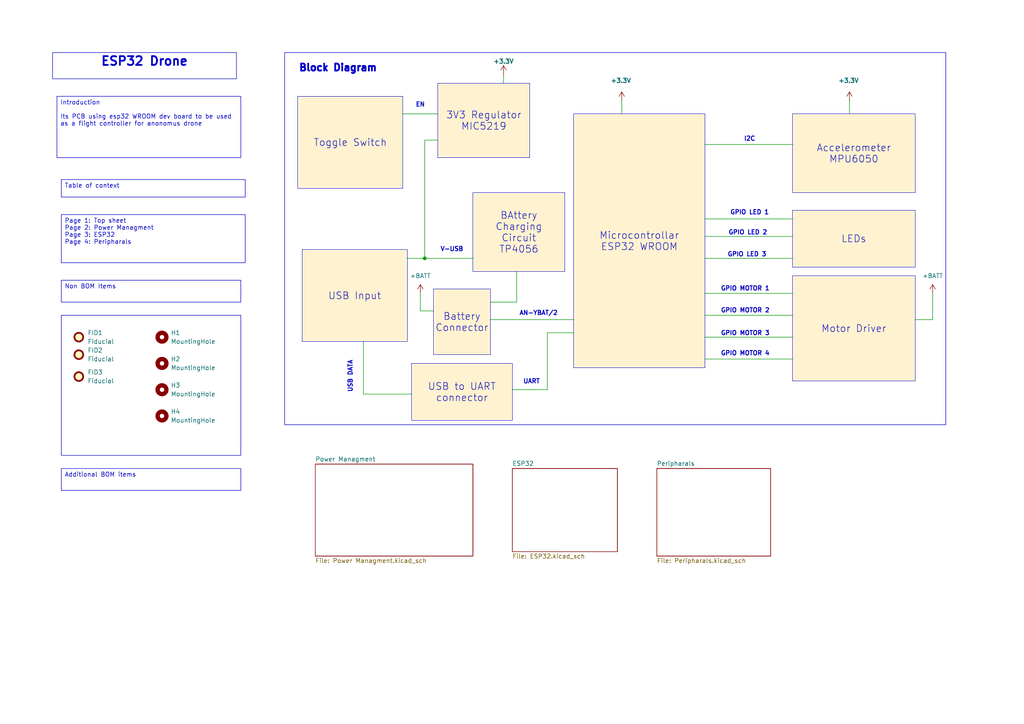
<source format=kicad_sch>
(kicad_sch (version 20250114) (generator "eeschema") (generator_version "9.0")
  (paper "A4")
  (title_block (title "esp32_drone") (date "2025-04-05") (rev "1") (company "myself") (comment 1 "Drawing RG"))
  (lib_symbols
    (symbol "Mechanical:Fiducial" (in_bom no)
      (property "Reference" "FID" (at 0 5.08 0))
      (property "Value" "Fiducial" (at 0 3.175 0))
      (symbol "Fiducial_0_1"
        (circle (center 0 0) (radius 1.27) (stroke (width 0.508)) (fill (type background)))
      )
    )
    (symbol "Mechanical:MountingHole" (pin_names (offset 1.016)) (in_bom no)
      (property "Reference" "H" (at 0 5.08 0))
      (property "Value" "MountingHole" (at 0 3.175 0))
      (symbol "MountingHole_0_1"
        (circle (center 0 0) (radius 1.27) (stroke (width 1.27)))
      )
    )
    (symbol "power:+3.3V" (power) (pin_numbers (hide yes)) (pin_names (offset 0) (hide yes))
      (property "Value" "+3.3V" (at 0 3.556 0))
      (symbol "+3.3V_0_1"
        (polyline (pts (xy -0.762 1.27) (xy 0 2.54)))
        (polyline (pts (xy 0 2.54) (xy 0.762 1.27)))
        (polyline (pts (xy 0 0) (xy 0 2.54)))
      )
      (symbol "+3.3V_1_1"
        (pin power_in line (at 0 0 90) (length 0) (name "~") (number "1"))
      )
    )
    (symbol "power:+BATT" (power) (pin_numbers (hide yes)) (pin_names (offset 0) (hide yes))
      (property "Value" "+BATT" (at 0 3.556 0))
      (symbol "+BATT_0_1"
        (polyline (pts (xy -0.762 1.27) (xy 0 2.54)))
        (polyline (pts (xy 0 2.54) (xy 0.762 1.27)))
        (polyline (pts (xy 0 0) (xy 0 2.54)))
      )
      (symbol "+BATT_1_1"
        (pin power_in line (at 0 0 90) (length 0) (name "~") (number "1"))
      )
    )
  )
  (rectangle (start 82.55 15.24) (end 274.32 123.19))
  (rectangle (start 17.78 91.44) (end 69.85 132.08))
  (text "EN" (at 121.92 30.48 0) (effects (font (size 1.27 1.27) (thickness 0.254) (bold yes))))
  (text "GPIO LED 1" (at 217.424 61.722 0) (effects (font (size 1.27 1.27) (thickness 0.254) (bold yes))))
  (text "GPIO LED 2" (at 216.916 67.564 0) (effects (font (size 1.27 1.27) (thickness 0.254) (bold yes))))
  (text "GPIO LED 3" (at 216.662 73.914 0) (effects (font (size 1.27 1.27) (thickness 0.254) (bold yes))))
  (text "AN-YBAT/2" (at 156.21 90.932 0) (effects (font (size 1.27 1.27) (thickness 0.254) (bold yes))))
  (text "UART" (at 154.178 110.744 0) (effects (font (size 1.27 1.27) (thickness 0.254) (bold yes))))
  (text "GPIO MOTOR 4" (at 216.154 102.616 0) (effects (font (size 1.27 1.27) (thickness 0.254) (bold yes))))
  (text "USB DATA" (at 101.6 109.22 90) (effects (font (size 1.27 1.27) (thickness 0.254) (bold yes))))
  (text "V-USB" (at 131.064 72.39 0) (effects (font (size 1.27 1.27) (thickness 0.254) (bold yes))))
  (text "GPIO MOTOR 3" (at 216.154 96.774 0) (effects (font (size 1.27 1.27) (thickness 0.254) (bold yes))))
  (text "I2C" (at 217.424 40.386 0) (effects (font (size 1.27 1.27) (thickness 0.254) (bold yes))))
  (text "Block Diagram" (at 98.044 19.812 0) (effects (font (size 2.032 2.032) (thickness 0.762) (bold yes))))
  (text "GPIO MOTOR 2" (at 216.154 90.17 0) (effects (font (size 1.27 1.27) (thickness 0.254) (bold yes))))
  (text "GPIO MOTOR 1" (at 216.154 83.82 0) (effects (font (size 1.27 1.27) (thickness 0.254) (bold yes))))
  (text_box "ESP32 Drone" (at 15.24 15.24 0) (size 53.34 7.62) (margins 0.9525 0.9525 0.9525 0.9525) (effects (font (size 2.54 2.54) (thickness 0.508) (bold yes)) (justify top)))
  (text_box "LEDs" (at 229.87 60.96 0) (size 35.56 16.51) (margins 0.9525 0.9525 0.9525 0.9525) (stroke (width 0.127)) (fill (type color) (color 255 242 208 1)) (effects (font (size 2.032 2.032))))
  (text_box "Non BOM Items\n" (at 17.78 81.28 0) (size 52.07 6.35) (margins 0.9525 0.9525 0.9525 0.9525) (effects (font (size 1.27 1.27)) (justify left top)))
  (text_box "3V3 Regulator\nMIC5219" (at 127 24.13 0) (size 26.67 21.59) (margins 0.9525 0.9525 0.9525 0.9525) (stroke (width 0.127)) (fill (type color) (color 255 242 208 1)) (effects (font (size 2.032 2.032))))
  (text_box "Microcontrollar \nESP32 WROOM" (at 166.37 33.02 0) (size 38.1 73.66) (margins 0.9525 0.9525 0.9525 0.9525) (stroke (width 0.127)) (fill (type color) (color 255 242 208 1)) (effects (font (size 2.032 2.032))))
  (text_box "Table of context\n" (at 17.78 52.07 0) (size 53.34 5.08) (margins 0.9525 0.9525 0.9525 0.9525) (effects (font (size 1.27 1.27)) (justify left top)))
  (text_box "USB Input" (at 87.63 72.39 0) (size 30.48 26.67) (margins 0.9525 0.9525 0.9525 0.9525) (stroke (width 0.127)) (fill (type color) (color 255 242 208 1)) (effects (font (size 2.032 2.032))))
  (text_box "Additional BOM items" (at 17.78 135.89 0) (size 52.07 6.35) (margins 0.9525 0.9525 0.9525 0.9525) (effects (font (size 1.27 1.27)) (justify left top)))
  (text_box "Introduction\n\nIts PCB using esp32 WROOM dev board to be used as a flight controller for anonomus drone\n" (at 16.51 27.94 0) (size 53.34 17.78) (margins 0.9525 0.9525 0.9525 0.9525) (effects (font (size 1.27 1.27)) (justify left top)))
  (text_box "USB to UART connector" (at 119.38 105.41 0) (size 29.21 16.51) (margins 0.9525 0.9525 0.9525 0.9525) (stroke (width 0.127)) (fill (type color) (color 255 242 208 1)) (effects (font (size 2.032 2.032))))
  (text_box "Battery Connector" (at 125.73 83.82 0) (size 16.51 19.05) (margins 0.9525 0.9525 0.9525 0.9525) (stroke (width 0.127)) (fill (type color) (color 255 242 208 1)) (effects (font (size 2.032 2.032))))
  (text_box "Page 1: Top sheet\nPage 2: Power Managment\nPage 3: ESP32\nPage 4: Peripharals" (at 17.78 62.23 0) (size 53.34 13.97) (margins 0.9525 0.9525 0.9525 0.9525) (effects (font (size 1.27 1.27)) (justify left top)))
  (text_box "Toggle Switch" (at 86.36 27.94 0) (size 30.48 26.67) (margins 0.9525 0.9525 0.9525 0.9525) (stroke (width 0.127)) (fill (type color) (color 255 242 208 1)) (effects (font (size 2.032 2.032))))
  (text_box "Motor Driver" (at 229.87 80.01 0) (size 35.56 30.48) (margins 0.9525 0.9525 0.9525 0.9525) (stroke (width 0.127)) (fill (type color) (color 255 242 208 1)) (effects (font (size 2.032 2.032))))
  (text_box "Accelerometer\nMPU6050" (at 229.87 33.02 0) (size 35.56 22.86) (margins 0.9525 0.9525 0.9525 0.9525) (stroke (width 0.127)) (fill (type color) (color 255 242 208 1)) (effects (font (size 2.032 2.032))))
  (text_box "BAttery Charging Circuit\nTP4056" (at 137.16 55.88 0) (size 26.67 22.86) (margins 0.9525 0.9525 0.9525 0.9525) (stroke (width 0.127)) (fill (type color) (color 255 242 208 1)) (effects (font (size 2.032 2.032))))
  (junction (at 123.19 74.93))
  (wire (pts (xy 105.41 99.06) (xy 105.41 114.3)))
  (wire (pts (xy 265.43 92.71) (xy 270.51 92.71)))
  (wire (pts (xy 142.24 87.63) (xy 149.86 87.63)))
  (wire (pts (xy 123.19 40.64) (xy 123.19 74.93)))
  (wire (pts (xy 180.34 29.21) (xy 180.34 33.02)))
  (wire (pts (xy 270.51 85.09) (xy 270.51 92.71)))
  (wire (pts (xy 149.86 78.74) (xy 149.86 87.63)))
  (wire (pts (xy 204.47 104.14) (xy 229.87 104.14)))
  (wire (pts (xy 123.19 74.93) (xy 137.16 74.93)))
  (wire (pts (xy 246.38 29.21) (xy 246.38 33.02)))
  (wire (pts (xy 146.05 21.59) (xy 146.05 24.13)))
  (wire (pts (xy 148.59 113.03) (xy 158.75 113.03)))
  (wire (pts (xy 204.47 68.58) (xy 229.87 68.58)))
  (wire (pts (xy 116.84 33.02) (xy 127 33.02)))
  (wire (pts (xy 204.47 85.09) (xy 229.87 85.09)))
  (wire (pts (xy 142.24 92.71) (xy 166.37 92.71)))
  (wire (pts (xy 158.75 96.52) (xy 158.75 113.03)))
  (wire (pts (xy 204.47 91.44) (xy 229.87 91.44)))
  (wire (pts (xy 121.92 90.17) (xy 125.73 90.17)))
  (wire (pts (xy 204.47 63.5) (xy 229.87 63.5)))
  (wire (pts (xy 118.11 74.93) (xy 123.19 74.93)))
  (wire (pts (xy 204.47 97.79) (xy 229.87 97.79)))
  (wire (pts (xy 105.41 114.3) (xy 119.38 114.3)))
  (wire (pts (xy 123.19 40.64) (xy 127 40.64)))
  (wire (pts (xy 121.92 85.09) (xy 121.92 90.17)))
  (wire (pts (xy 204.47 74.93) (xy 229.87 74.93)))
  (wire (pts (xy 158.75 96.52) (xy 166.37 96.52)))
  (wire (pts (xy 204.47 41.91) (xy 229.87 41.91)))
  (symbol (lib_id "Mechanical:Fiducial") (at 22.86 97.79 0) (unit 1) (in_bom no)
    (property "Reference" "FID1" (at 25.4 96.5199 0) (effects (justify left)))
    (property "Value" "Fiducial" (at 25.4 99.0599 0) (effects (justify left)))
    (property "Description" "Fiducial Marker" (effects (hide yes)))
  )
  (symbol (lib_id "power:+3.3V") (at 146.05 21.59 0) (unit 1)
    (property "Reference" "#PWR02" (effects (hide yes)))
    (property "Value" "+3.3V" (at 146.05 17.78 0) (effects (font (thickness 0.254) (bold yes))))
    (property "Description" "Power symbol creates a global label with name \"+3.3V\"" (effects (hide yes)))
  )
  (symbol (lib_id "Mechanical:MountingHole") (at 46.99 120.65 0) (unit 1) (in_bom no)
    (property "Reference" "H4" (at 49.53 119.3799 0) (effects (justify left)))
    (property "Value" "MountingHole" (at 49.53 121.9199 0) (effects (justify left)))
    (property "Description" "Mounting Hole without connection" (effects (hide yes)))
  )
  (symbol (lib_id "power:+BATT") (at 270.51 85.09 0) (unit 1)
    (property "Reference" "#PWR04" (effects (hide yes)))
    (property "Value" "+BATT" (at 270.51 80.01 0))
    (property "Description" "Power symbol creates a global label with name \"+BATT\"" (effects (hide yes)))
  )
  (symbol (lib_id "Mechanical:Fiducial") (at 22.86 102.87 0) (unit 1) (in_bom no)
    (property "Reference" "FID2" (at 25.4 101.5999 0) (effects (justify left)))
    (property "Value" "Fiducial" (at 25.4 104.1399 0) (effects (justify left)))
    (property "Description" "Fiducial Marker" (effects (hide yes)))
  )
  (symbol (lib_id "Mechanical:MountingHole") (at 46.99 105.41 0) (unit 1) (in_bom no)
    (property "Reference" "H2" (at 49.53 104.1399 0) (effects (justify left)))
    (property "Value" "MountingHole" (at 49.53 106.6799 0) (effects (justify left)))
    (property "Description" "Mounting Hole without connection" (effects (hide yes)))
  )
  (symbol (lib_id "power:+3.3V") (at 246.38 29.21 0) (unit 1)
    (property "Reference" "#PWR03" (effects (hide yes)))
    (property "Value" "+3.3V" (at 246.126 23.368 0) (effects (font (thickness 0.254) (bold yes))))
    (property "Description" "Power symbol creates a global label with name \"+3.3V\"" (effects (hide yes)))
  )
  (symbol (lib_id "Mechanical:MountingHole") (at 46.99 97.79 0) (unit 1) (in_bom no)
    (property "Reference" "H1" (at 49.53 96.5199 0) (effects (justify left)))
    (property "Value" "MountingHole" (at 49.53 99.0599 0) (effects (justify left)))
    (property "Description" "Mounting Hole without connection" (effects (hide yes)))
  )
  (symbol (lib_id "power:+3.3V") (at 180.34 29.21 0) (unit 1)
    (property "Reference" "#PWR01" (effects (hide yes)))
    (property "Value" "+3.3V" (at 180.086 23.368 0) (effects (font (thickness 0.254) (bold yes))))
    (property "Description" "Power symbol creates a global label with name \"+3.3V\"" (effects (hide yes)))
  )
  (symbol (lib_id "Mechanical:MountingHole") (at 46.99 113.03 0) (unit 1) (in_bom no)
    (property "Reference" "H3" (at 49.53 111.7599 0) (effects (justify left)))
    (property "Value" "MountingHole" (at 49.53 114.2999 0) (effects (justify left)))
    (property "Description" "Mounting Hole without connection" (effects (hide yes)))
  )
  (symbol (lib_id "Mechanical:Fiducial") (at 22.86 109.22 0) (unit 1) (in_bom no)
    (property "Reference" "FID3" (at 25.4 107.9499 0) (effects (justify left)))
    (property "Value" "Fiducial" (at 25.4 110.4899 0) (effects (justify left)))
    (property "Description" "Fiducial Marker" (effects (hide yes)))
  )
  (symbol (lib_id "power:+BATT") (at 121.92 85.09 0) (unit 1)
    (property "Reference" "#PWR05" (effects (hide yes)))
    (property "Value" "+BATT" (at 121.92 80.01 0))
    (property "Description" "Power symbol creates a global label with name \"+BATT\"" (effects (hide yes)))
  )
  (sheet (at 91.44 134.62) (size 45.72 26.67) (stroke (width 0.1524))
    (property "Sheetname" "Power Managment" (at 91.44 133.9084 0) (effects (justify left bottom)))
    (property "Sheetfile" "Power Managment.kicad_sch" (at 91.44 161.8746 0) (effects (justify left top)))
  )
  (sheet (at 190.5 135.89) (size 33.02 25.4) (stroke (width 0.1524))
    (property "Sheetname" "Peripharals" (at 190.5 135.1784 0) (effects (justify left bottom)))
    (property "Sheetfile" "Peripharals.kicad_sch" (at 190.5 161.8746 0) (effects (justify left top)))
  )
  (sheet (at 148.59 135.89) (size 30.48 24.13) (stroke (width 0.1524))
    (property "Sheetname" "ESP32" (at 148.59 135.1784 0) (effects (justify left bottom)))
    (property "Sheetfile" "ESP32.kicad_sch" (at 148.59 160.6046 0) (effects (justify left top)))
  )
)
</source>
